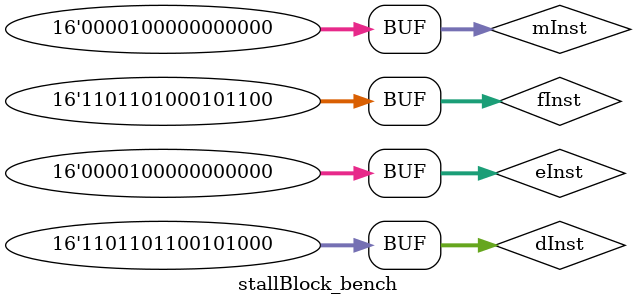
<source format=v>
module stallBlock_bench();

reg [15:0] fInst;
reg [15:0] dInst;
reg [15:0] eInst; 
reg [15:0] mInst; 
reg [15:0] outInst;
stallBlock STALLBLOCK(.inst_If(fInst), .inst_IfId(dInst), .inst_IdEx(eInst), .inst_ExMem(mInst), .inst_out(outInst));

initial begin
    $display("Stall Block Tests starting");
    $monitor("f: %h d: %h e: %h m: %h out: %h\n", fInst, dInst, eInst, mInst, outInst);
    fInst = 16'hda2c;
    dInst = 16'hdb28;
    eInst = 16'h0800;
    mInst = 16'h0800;

end

endmodule
</source>
